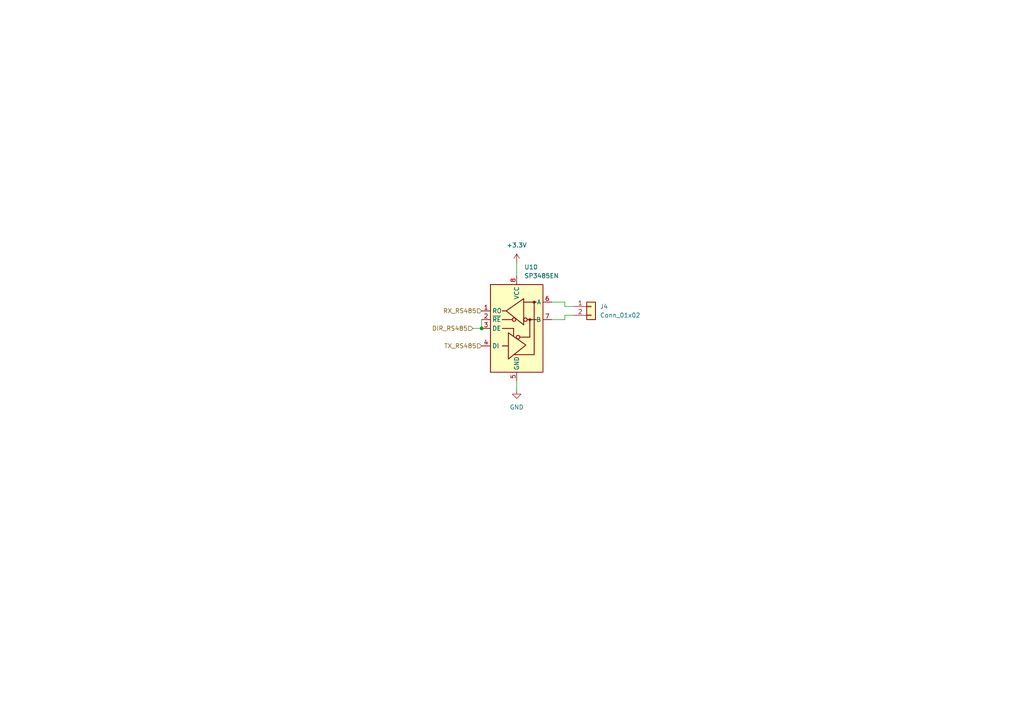
<source format=kicad_sch>
(kicad_sch (version 20231120) (generator "eeschema") (generator_version "8.0")
  (paper "A4")
  (lib_symbols
    (symbol "Connector_Generic:Conn_01x02" (pin_names (offset 1.016) hide)
      (property "Reference" "J" (at 0 2.54 0))
      (property "Value" "Conn_01x02" (at 0 -5.08 0))
      (symbol "Conn_01x02_1_1"
        (rectangle (start -1.27 -2.413) (end 0 -2.667) (stroke (width 0.1524)))
        (rectangle (start -1.27 0.127) (end 0 -0.127) (stroke (width 0.1524)))
        (rectangle (start -1.27 1.27) (end 1.27 -3.81) (stroke (width 0.254)) (fill (type background)))
        (pin passive line (at -5.08 0 0) (length 3.81) (name "Pin_1") (number "1"))
        (pin passive line (at -5.08 -2.54 0) (length 3.81) (name "Pin_2") (number "2"))
      )
    )
    (symbol "Interface_UART:SP3485EN"
      (property "Reference" "U" (at -7.62 13.97 0))
      (property "Value" "SP3485EN" (at 1.905 13.97 0))
      (symbol "SP3485EN_0_1"
        (rectangle (start -7.62 12.7) (end 7.62 -12.7) (stroke (width 0.254)) (fill (type background)))
        (polyline (pts (xy -4.191 2.54) (xy -1.27 2.54)) (stroke (width 0.254)))
        (polyline (pts (xy -2.54 -5.08) (xy -4.191 -5.08)) (stroke (width 0.254)))
        (polyline (pts (xy -0.635 -7.62) (xy 5.08 -7.62)) (stroke (width 0.254)))
        (polyline (pts (xy 0.889 -2.54) (xy 3.81 -2.54)) (stroke (width 0.254)))
        (polyline (pts (xy 2.032 7.62) (xy 5.715 7.62)) (stroke (width 0.254)))
        (polyline (pts (xy 3.048 2.54) (xy 5.715 2.54)) (stroke (width 0.254)))
        (polyline (pts (xy 3.81 -2.54) (xy 3.81 2.54)) (stroke (width 0.254)))
        (polyline (pts (xy 5.08 -7.62) (xy 5.08 7.62)) (stroke (width 0.254)))
        (polyline (pts (xy -4.191 0) (xy -0.889 0) (xy -0.889 -2.286)) (stroke (width 0.254)))
        (polyline (pts (xy -3.175 5.08) (xy -4.191 5.08) (xy -4.064 5.08)) (stroke (width 0.254)))
        (polyline (pts (xy -2.413 -5.08) (xy -2.413 -1.27) (xy 2.667 -4.826) (xy -2.413 -8.89) (xy -2.413 -5.08)) (stroke (width 0.254)))
        (circle (center 0.381 -2.54) (radius 0.508) (stroke (width 0.254)))
        (circle (center 3.81 2.54) (radius 0.2794) (stroke (width 0.254)) (fill (type outline)))
      )
      (symbol "SP3485EN_1_1"
        (circle (center -0.762 2.54) (radius 0.508) (stroke (width 0.254)))
        (polyline (pts (xy 2.032 4.826) (xy 2.032 8.636) (xy -3.048 5.08) (xy 2.032 1.016) (xy 2.032 4.826)) (stroke (width 0.254)))
        (circle (center 2.54 2.54) (radius 0.508) (stroke (width 0.254)))
        (circle (center 5.08 7.62) (radius 0.2794) (stroke (width 0.254)) (fill (type outline)))
        (pin output line (at -10.16 5.08 0) (length 2.54) (name "RO") (number "1"))
        (pin input line (at -10.16 2.54 0) (length 2.54) (name "~{RE}") (number "2"))
        (pin input line (at -10.16 0 0) (length 2.54) (name "DE") (number "3"))
        (pin input line (at -10.16 -5.08 0) (length 2.54) (name "DI") (number "4"))
        (pin power_in line (at 0 -15.24 90) (length 2.54) (name "GND") (number "5"))
        (pin bidirectional line (at 10.16 7.62 180) (length 2.54) (name "A") (number "6"))
        (pin bidirectional line (at 10.16 2.54 180) (length 2.54) (name "B") (number "7"))
        (pin power_in line (at 0 15.24 270) (length 2.54) (name "VCC") (number "8"))
      )
    )
    (symbol "power:+3.3V" (power) (pin_numbers hide) (pin_names (offset 0) hide)
      (property "Value" "+3.3V" (at 0 3.556 0))
      (symbol "+3.3V_0_1"
        (polyline (pts (xy -0.762 1.27) (xy 0 2.54)))
        (polyline (pts (xy 0 0) (xy 0 2.54)))
        (polyline (pts (xy 0 2.54) (xy 0.762 1.27)))
      )
      (symbol "+3.3V_1_1"
        (pin power_in line (at 0 0 90) (length 0) (name "~") (number "1"))
      )
    )
    (symbol "power:GND" (power) (pin_numbers hide) (pin_names (offset 0) hide)
      (property "Value" "GND" (at 0 -3.81 0))
      (symbol "GND_0_1"
        (polyline (pts (xy 0 0) (xy 0 -1.27) (xy 1.27 -1.27) (xy 0 -2.54) (xy -1.27 -1.27) (xy 0 -1.27)))
      )
      (symbol "GND_1_1"
        (pin power_in line (at 0 0 270) (length 0) (name "~") (number "1"))
      )
    )
  )
  (junction (at 139.7 95.25))
  (wire (pts (xy 163.83 92.71) (xy 163.83 91.44)))
  (wire (pts (xy 160.02 87.63) (xy 163.83 87.63)))
  (wire (pts (xy 160.02 92.71) (xy 163.83 92.71)))
  (wire (pts (xy 149.86 110.49) (xy 149.86 113.03)))
  (wire (pts (xy 139.7 92.71) (xy 139.7 95.25)))
  (wire (pts (xy 163.83 91.44) (xy 166.37 91.44)))
  (wire (pts (xy 137.16 95.25) (xy 139.7 95.25)))
  (wire (pts (xy 163.83 88.9) (xy 166.37 88.9)))
  (wire (pts (xy 149.86 76.2) (xy 149.86 80.01)))
  (wire (pts (xy 163.83 87.63) (xy 163.83 88.9)))
  (hierarchical_label "TX_RS485" (shape input) (at 139.7 100.33 180))
  (hierarchical_label "DIR_RS485" (shape input) (at 137.16 95.25 180))
  (hierarchical_label "RX_RS485" (shape input) (at 139.7 90.17 180))
  (symbol (lib_id "Connector_Generic:Conn_01x02") (at 171.45 88.9 0) (unit 1)
    (property "Reference" "J4" (at 173.99 88.8999 0) (effects (justify left)))
    (property "Value" "Conn_01x02" (at 173.99 91.4399 0) (effects (justify left)))
    (property "Footprint" "SM02B-GHS:CONN_SM02B-GHS_JST" (effects (hide yes)))
    (property "Description" "Generic connector, single row, 01x02, script generated (kicad-library-utils/schlib/autogen/connector/)" (effects (hide yes)))
  )
  (symbol (lib_id "power:+3.3V") (at 149.86 76.2 0) (unit 1)
    (property "Reference" "#PWR045" (effects (hide yes)))
    (property "Value" "+3.3V" (at 149.86 71.12 0))
    (property "Description" "Power symbol creates a global label with name \"+3.3V\"" (effects (hide yes)))
  )
  (symbol (lib_id "power:GND") (at 149.86 113.03 0) (unit 1)
    (property "Reference" "#PWR046" (effects (hide yes)))
    (property "Value" "GND" (at 149.86 118.11 0))
    (property "Description" "Power symbol creates a global label with name \"GND\" , ground" (effects (hide yes)))
  )
  (symbol (lib_id "Interface_UART:SP3485EN") (at 149.86 95.25 0) (unit 1)
    (property "Reference" "U10" (at 152.0541 77.47 0) (effects (justify left)))
    (property "Value" "SP3485EN" (at 152.0541 80.01 0) (effects (justify left)))
    (property "Footprint" "Package_SO:SOIC-8_3.9x4.9mm_P1.27mm" (effects (hide yes)))
    (property "Datasheet" "http://www.icbase.com/pdf/SPX/SPX00480106.pdf" (effects (hide yes)))
    (property "Description" "Industrial 3.3V Low Power Half-Duplex RS-485 Transceiver 10Mbps, SOIC-8" (effects (hide yes)))
  )
)
</source>
